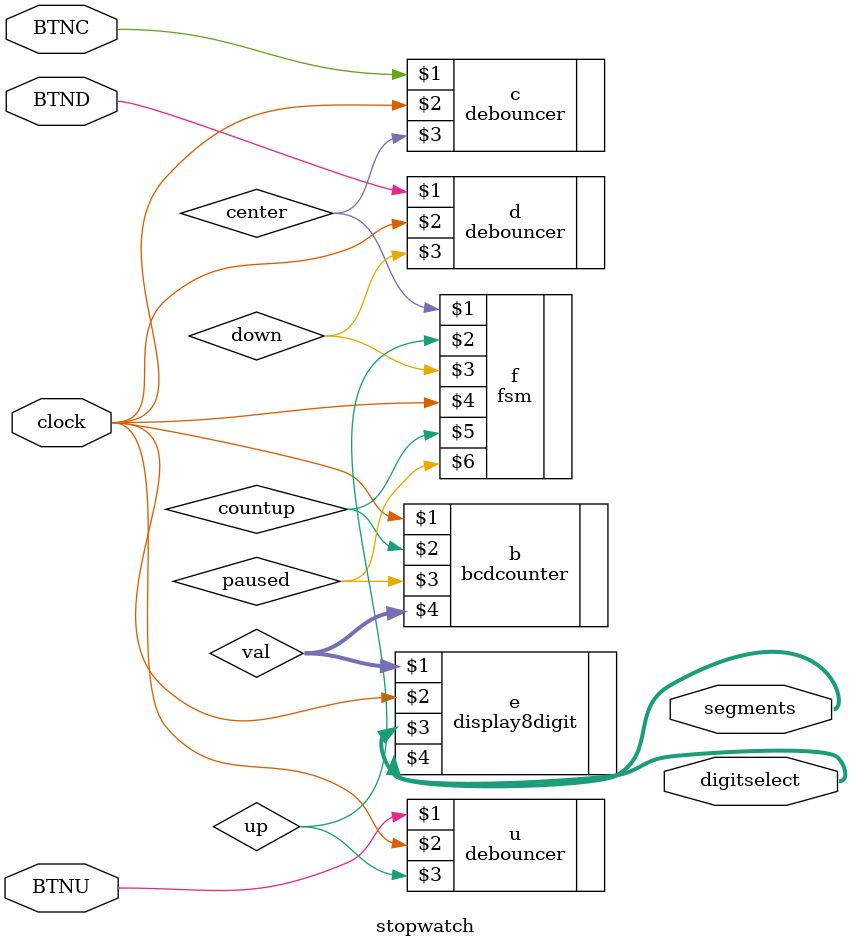
<source format=sv>
`timescale 1ns / 1ps
`default_nettype none

module stopwatch(
    input wire BTNC,
    input wire BTNU,
    input wire BTND,
    input wire clock,
    output logic [7:0] segments,
    output logic [7:0] digitselect
    );

    wire center, up, down;

    debouncer c(BTNC, clock, center);
    debouncer u(BTNU, clock, up);
    debouncer d(BTND, clock, down);

    wire countup, paused;

    fsm f(center, up, down, clock, countup, paused);

    logic [31:0] val;

    bcdcounter b(clock, countup, paused, val);

    display8digit e(val, clock, segments, digitselect);

endmodule

</source>
